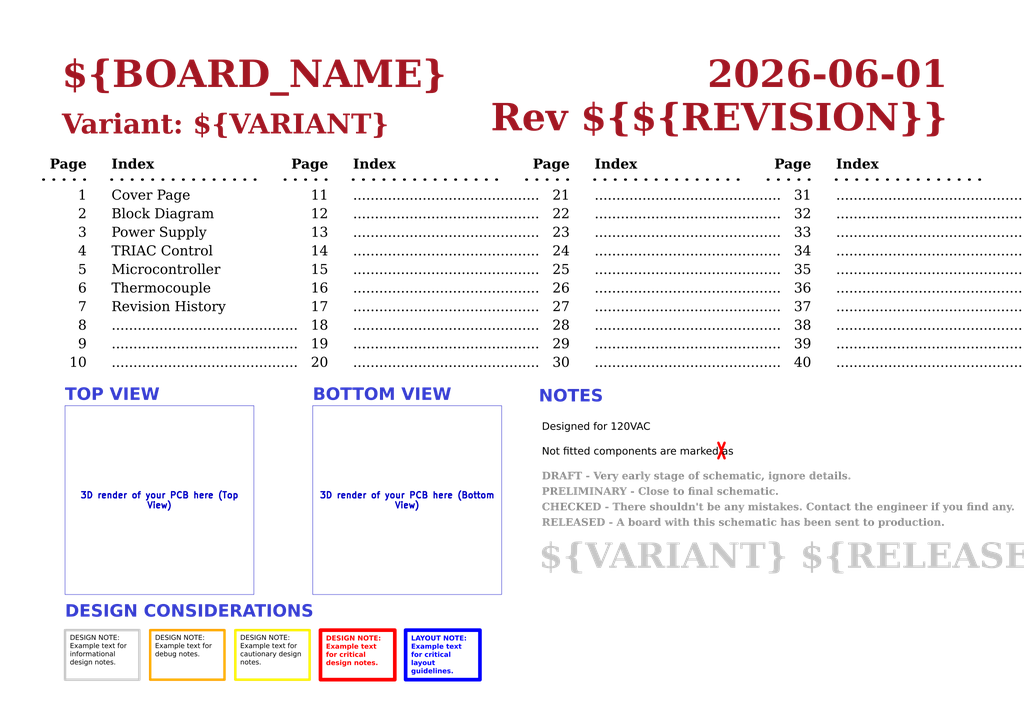
<source format=kicad_sch>
(kicad_sch
	(version 20250114)
	(generator "eeschema")
	(generator_version "9.0")
	(uuid "0650c7a8-acba-429c-9f8e-eec0baf0bc1c")
	(paper "A3")
	(title_block
		(title "Cover Page")
		(date "Last Modified Date")
		(rev "${REVISION}")
		(company "${COMPANY}")
	)
	(lib_symbols)
	(text "9"
		(exclude_from_sim no)
		(at 35.56 144.78 0)
		(effects
			(font
				(face "Times New Roman")
				(size 4 4)
				(color 0 0 0 1)
			)
			(justify right bottom)
			(href "#9")
		)
		(uuid "0171ecc8-df6f-418e-95ea-db73cf975716")
	)
	(text "BOTTOM VIEW"
		(exclude_from_sim no)
		(at 128.27 166.37 0)
		(effects
			(font
				(face "Arial")
				(size 5 5)
				(bold yes)
				(color 53 60 207 1)
			)
			(justify left bottom)
		)
		(uuid "041ff709-0f5e-466e-adab-d03afffd90b7")
	)
	(text "..........................................."
		(exclude_from_sim no)
		(at 243.84 99.06 0)
		(effects
			(font
				(face "Times New Roman")
				(size 4 4)
				(color 0 0 0 1)
			)
			(justify left bottom)
			(href "#23")
		)
		(uuid "0647f622-b644-4538-802a-42edf8cdccc5")
	)
	(text "13"
		(exclude_from_sim no)
		(at 134.62 99.06 0)
		(effects
			(font
				(face "Times New Roman")
				(size 4 4)
				(color 0 0 0 1)
			)
			(justify right bottom)
			(href "#13")
		)
		(uuid "09a9f005-609a-4854-9ba5-f5a5e7b8d7c7")
	)
	(text "RELEASED - A board with this schematic has been sent to production."
		(exclude_from_sim no)
		(at 222.25 217.17 0)
		(effects
			(font
				(face "Times New Roman")
				(size 3 3)
				(thickness 0.6)
				(bold yes)
				(color 140 140 140 1)
			)
			(justify left bottom)
		)
		(uuid "10cbc67f-d688-44d7-9e2b-bee41b99ad5c")
	)
	(text "Page"
		(exclude_from_sim no)
		(at 332.74 71.12 0)
		(effects
			(font
				(face "Times New Roman")
				(size 4 4)
				(bold yes)
				(color 0 0 0 1)
			)
			(justify right bottom)
		)
		(uuid "1b60c0cc-bf04-4615-8796-1ecc890b346a")
	)
	(text "TOP VIEW"
		(exclude_from_sim no)
		(at 26.67 166.37 0)
		(effects
			(font
				(face "Arial")
				(size 5 5)
				(bold yes)
				(color 53 60 207 1)
			)
			(justify left bottom)
		)
		(uuid "1c033b5c-f50d-4e0f-94c4-59e72fb244de")
	)
	(text "3"
		(exclude_from_sim no)
		(at 35.56 99.06 0)
		(effects
			(font
				(face "Times New Roman")
				(size 4 4)
				(color 0 0 0 1)
			)
			(justify right bottom)
			(href "#3")
		)
		(uuid "1dd16a1b-b3b8-42a1-b678-3a7b261e7284")
	)
	(text "38"
		(exclude_from_sim no)
		(at 332.74 137.16 0)
		(effects
			(font
				(face "Times New Roman")
				(size 4 4)
				(color 0 0 0 1)
			)
			(justify right bottom)
			(href "#38")
		)
		(uuid "2d20025d-61e4-451d-b51e-153fedc44d68")
	)
	(text "..........................................."
		(exclude_from_sim no)
		(at 45.72 152.4 0)
		(effects
			(font
				(face "Times New Roman")
				(size 4 4)
				(color 0 0 0 1)
			)
			(justify left bottom)
			(href "#10")
		)
		(uuid "2df49b6e-980f-4a01-ab23-c61ed27bd1b8")
	)
	(text "..........................................."
		(exclude_from_sim no)
		(at 45.72 144.78 0)
		(effects
			(font
				(face "Times New Roman")
				(size 4 4)
				(color 0 0 0 1)
			)
			(justify left bottom)
			(href "#9")
		)
		(uuid "319dfe95-cf7d-4b95-aa65-2f948d7bd6bc")
	)
	(text "..........................................."
		(exclude_from_sim no)
		(at 45.72 137.16 0)
		(effects
			(font
				(face "Times New Roman")
				(size 4 4)
				(color 0 0 0 1)
			)
			(justify left bottom)
			(href "#8")
		)
		(uuid "339f13bd-0896-43a1-925e-733e36e395bd")
	)
	(text "..........................................."
		(exclude_from_sim no)
		(at 144.78 121.92 0)
		(effects
			(font
				(face "Times New Roman")
				(size 4 4)
				(color 0 0 0 1)
			)
			(justify left bottom)
			(href "#16")
		)
		(uuid "34c28277-d6a5-4104-8740-b78485a8ff4c")
	)
	(text "1"
		(exclude_from_sim no)
		(at 35.56 83.82 0)
		(effects
			(font
				(face "Times New Roman")
				(size 4 4)
				(color 0 0 0 1)
			)
			(justify right bottom)
			(href "#1")
		)
		(uuid "3691ab49-6c05-4886-869a-12221f52fdee")
	)
	(text "Not fitted components are marked as"
		(exclude_from_sim no)
		(at 222.25 187.96 0)
		(effects
			(font
				(face "Arial")
				(size 3 3)
				(color 0 0 0 1)
			)
			(justify left bottom)
		)
		(uuid "3e121d9b-11e9-4895-9779-ade93d5b2a88")
	)
	(text "..........................................."
		(exclude_from_sim no)
		(at 243.84 152.4 0)
		(effects
			(font
				(face "Times New Roman")
				(size 4 4)
				(color 0 0 0 1)
			)
			(justify left bottom)
			(href "#30")
		)
		(uuid "41bb0f90-1135-4d50-9d44-9fb04444ecf6")
	)
	(text "Index"
		(exclude_from_sim no)
		(at 45.72 71.12 0)
		(effects
			(font
				(face "Times New Roman")
				(size 4 4)
				(bold yes)
				(color 0 0 0 1)
			)
			(justify left bottom)
		)
		(uuid "44841f0e-187c-41b9-a570-9f74973319c9")
	)
	(text "..........................................."
		(exclude_from_sim no)
		(at 144.78 99.06 0)
		(effects
			(font
				(face "Times New Roman")
				(size 4 4)
				(color 0 0 0 1)
			)
			(justify left bottom)
			(href "#13")
		)
		(uuid "461ef4aa-5f24-4935-a427-92bbc78a05f3")
	)
	(text "Index"
		(exclude_from_sim no)
		(at 144.78 71.12 0)
		(effects
			(font
				(face "Times New Roman")
				(size 4 4)
				(bold yes)
				(color 0 0 0 1)
			)
			(justify left bottom)
		)
		(uuid "4773b195-e777-483d-bd5a-5b18be14b485")
	)
	(text "27"
		(exclude_from_sim no)
		(at 233.68 129.54 0)
		(effects
			(font
				(face "Times New Roman")
				(size 4 4)
				(color 0 0 0 1)
			)
			(justify right bottom)
			(href "#27")
		)
		(uuid "47e5ef3a-a936-4417-8e04-a70df1a04676")
	)
	(text "15"
		(exclude_from_sim no)
		(at 134.62 114.3 0)
		(effects
			(font
				(face "Times New Roman")
				(size 4 4)
				(color 0 0 0 1)
			)
			(justify right bottom)
			(href "#15")
		)
		(uuid "48cae9b2-9935-4ee2-a962-685c04325434")
	)
	(text "6"
		(exclude_from_sim no)
		(at 35.56 121.92 0)
		(effects
			(font
				(face "Times New Roman")
				(size 4 4)
				(color 0 0 0 1)
			)
			(justify right bottom)
			(href "#6")
		)
		(uuid "4aa9b67c-c657-48d1-abb0-497faf20008a")
	)
	(text "PRELIMINARY - Close to final schematic."
		(exclude_from_sim no)
		(at 222.25 204.47 0)
		(effects
			(font
				(face "Times New Roman")
				(size 3 3)
				(thickness 0.6)
				(bold yes)
				(color 140 140 140 1)
			)
			(justify left bottom)
		)
		(uuid "4b75d6be-e2b4-4862-a5fd-f3239bff6734")
	)
	(text "24"
		(exclude_from_sim no)
		(at 233.68 106.68 0)
		(effects
			(font
				(face "Times New Roman")
				(size 4 4)
				(color 0 0 0 1)
			)
			(justify right bottom)
			(href "#24")
		)
		(uuid "4d10b8f7-ee9d-4539-987e-2871a213b2d6")
	)
	(text "${VARIANT} ${RELEASE_DATE}"
		(exclude_from_sim no)
		(at 220.98 237.49 0)
		(effects
			(font
				(face "Times New Roman")
				(size 10.16 10.16)
				(thickness 0.6)
				(bold yes)
				(color 200 200 200 1)
			)
			(justify left bottom)
		)
		(uuid "4f144e11-d681-45f3-b92d-dea6c28023e4")
	)
	(text "Page"
		(exclude_from_sim no)
		(at 35.56 71.12 0)
		(effects
			(font
				(face "Times New Roman")
				(size 4 4)
				(bold yes)
				(color 0 0 0 1)
			)
			(justify right bottom)
		)
		(uuid "5216de6a-28ab-4e49-a422-9fd32d8fed67")
	)
	(text "TRIAC Control"
		(exclude_from_sim no)
		(at 45.72 106.68 0)
		(effects
			(font
				(face "Times New Roman")
				(size 4 4)
				(color 0 0 0 1)
			)
			(justify left bottom)
			(href "#4")
		)
		(uuid "547bb3ec-bec4-4b68-a38e-2ac56be29bd3")
	)
	(text "..........................................."
		(exclude_from_sim no)
		(at 243.84 129.54 0)
		(effects
			(font
				(face "Times New Roman")
				(size 4 4)
				(color 0 0 0 1)
			)
			(justify left bottom)
			(href "#27")
		)
		(uuid "598c6218-39d7-40a8-878a-842531c6a754")
	)
	(text "8"
		(exclude_from_sim no)
		(at 35.56 137.16 0)
		(effects
			(font
				(face "Times New Roman")
				(size 4 4)
				(color 0 0 0 1)
			)
			(justify right bottom)
			(href "#8")
		)
		(uuid "5dd35c87-2aeb-4c16-ab79-fbda71c4347a")
	)
	(text "14"
		(exclude_from_sim no)
		(at 134.62 106.68 0)
		(effects
			(font
				(face "Times New Roman")
				(size 4 4)
				(color 0 0 0 1)
			)
			(justify right bottom)
			(href "#14")
		)
		(uuid "5e529423-56be-4ad0-9794-38b960fa0634")
	)
	(text "..........................................."
		(exclude_from_sim no)
		(at 342.9 137.16 0)
		(effects
			(font
				(face "Times New Roman")
				(size 4 4)
				(color 0 0 0 1)
			)
			(justify left bottom)
			(href "#38")
		)
		(uuid "5ec61f31-3c66-4623-97e5-d26d3b9bb1be")
	)
	(text "..........................................."
		(exclude_from_sim no)
		(at 342.9 152.4 0)
		(effects
			(font
				(face "Times New Roman")
				(size 4 4)
				(color 0 0 0 1)
			)
			(justify left bottom)
			(href "#40")
		)
		(uuid "65f25bf1-cc7d-4807-9afa-0a0ac612f9b3")
	)
	(text "23"
		(exclude_from_sim no)
		(at 233.68 99.06 0)
		(effects
			(font
				(face "Times New Roman")
				(size 4 4)
				(color 0 0 0 1)
			)
			(justify right bottom)
			(href "#23")
		)
		(uuid "68aaa364-f788-45fb-b731-7b1eda7a6c6c")
	)
	(text "Index"
		(exclude_from_sim no)
		(at 243.84 71.12 0)
		(effects
			(font
				(face "Times New Roman")
				(size 4 4)
				(bold yes)
				(color 0 0 0 1)
			)
			(justify left bottom)
		)
		(uuid "6eee427d-5608-4f64-99d8-6d8e4391a6b0")
	)
	(text "..........................................."
		(exclude_from_sim no)
		(at 342.9 91.44 0)
		(effects
			(font
				(face "Times New Roman")
				(size 4 4)
				(color 0 0 0 1)
			)
			(justify left bottom)
			(href "#32")
		)
		(uuid "71058a62-023a-4e0a-b0c4-c0fb8bf95cc8")
	)
	(text "5"
		(exclude_from_sim no)
		(at 35.56 114.3 0)
		(effects
			(font
				(face "Times New Roman")
				(size 4 4)
				(color 0 0 0 1)
			)
			(justify right bottom)
			(href "#5")
		)
		(uuid "718e4830-a352-43f0-b9c5-1495032b5970")
	)
	(text "${CURRENT_DATE}"
		(exclude_from_sim no)
		(at 388.62 40.64 0)
		(effects
			(font
				(face "Times New Roman")
				(size 11 11)
				(thickness 1)
				(bold yes)
				(color 162 22 34 1)
			)
			(justify right bottom)
		)
		(uuid "752b8016-2b6c-433a-9e5a-755eac1f800d")
	)
	(text "26"
		(exclude_from_sim no)
		(at 233.68 121.92 0)
		(effects
			(font
				(face "Times New Roman")
				(size 4 4)
				(color 0 0 0 1)
			)
			(justify right bottom)
			(href "#26")
		)
		(uuid "78da4ba2-8c96-4e51-9a03-b14367dceea0")
	)
	(text "16"
		(exclude_from_sim no)
		(at 134.62 121.92 0)
		(effects
			(font
				(face "Times New Roman")
				(size 4 4)
				(color 0 0 0 1)
			)
			(justify right bottom)
			(href "#16")
		)
		(uuid "7a577aea-9c53-4431-8f38-6cd521e907d0")
	)
	(text "10"
		(exclude_from_sim no)
		(at 35.56 152.4 0)
		(effects
			(font
				(face "Times New Roman")
				(size 4 4)
				(color 0 0 0 1)
			)
			(justify right bottom)
			(href "#10")
		)
		(uuid "7caa34f0-df91-4ed4-bb8e-ff81315f8c93")
	)
	(text "35"
		(exclude_from_sim no)
		(at 332.74 114.3 0)
		(effects
			(font
				(face "Times New Roman")
				(size 4 4)
				(color 0 0 0 1)
			)
			(justify right bottom)
			(href "#35")
		)
		(uuid "7d4a16f6-fc91-424a-bffd-707dc25afa40")
	)
	(text "18"
		(exclude_from_sim no)
		(at 134.62 137.16 0)
		(effects
			(font
				(face "Times New Roman")
				(size 4 4)
				(color 0 0 0 1)
			)
			(justify right bottom)
			(href "#18")
		)
		(uuid "7d4de17d-b484-45d2-95af-1050fc297950")
	)
	(text "33"
		(exclude_from_sim no)
		(at 332.74 99.06 0)
		(effects
			(font
				(face "Times New Roman")
				(size 4 4)
				(color 0 0 0 1)
			)
			(justify right bottom)
			(href "#33")
		)
		(uuid "7fd97343-03c5-4f22-a59e-bc2d9fd9af23")
	)
	(text "Variant: ${VARIANT}"
		(exclude_from_sim no)
		(at 25.4 58.42 0)
		(effects
			(font
				(face "Times New Roman")
				(size 8 8)
				(thickness 1)
				(bold yes)
				(color 162 22 34 1)
			)
			(justify left bottom)
		)
		(uuid "832c6231-94ea-4718-8f70-96006b71efdf")
	)
	(text "4"
		(exclude_from_sim no)
		(at 35.56 106.68 0)
		(effects
			(font
				(face "Times New Roman")
				(size 4 4)
				(color 0 0 0 1)
			)
			(justify right bottom)
			(href "#4")
		)
		(uuid "8d802a1e-8c90-4592-9cec-00ce1173b8bd")
	)
	(text "11"
		(exclude_from_sim no)
		(at 134.62 83.82 0)
		(effects
			(font
				(face "Times New Roman")
				(size 4 4)
				(color 0 0 0 1)
			)
			(justify right bottom)
			(href "#11")
		)
		(uuid "8d827c06-285c-46bc-8024-d46f4098d9e5")
	)
	(text "Rev ${REVISION}"
		(exclude_from_sim no)
		(at 388.62 58.42 0)
		(effects
			(font
				(face "Times New Roman")
				(size 11 11)
				(thickness 1)
				(bold yes)
				(color 162 22 34 1)
			)
			(justify right bottom)
		)
		(uuid "9008c96f-82fa-4b3f-88a3-9ae35f59090b")
	)
	(text "..........................................."
		(exclude_from_sim no)
		(at 243.84 106.68 0)
		(effects
			(font
				(face "Times New Roman")
				(size 4 4)
				(color 0 0 0 1)
			)
			(justify left bottom)
			(href "#24")
		)
		(uuid "91ef4a1a-faaf-4d16-b090-6e6451092c3a")
	)
	(text "28"
		(exclude_from_sim no)
		(at 233.68 137.16 0)
		(effects
			(font
				(face "Times New Roman")
				(size 4 4)
				(color 0 0 0 1)
			)
			(justify right bottom)
			(href "#28")
		)
		(uuid "9310b062-10e2-49af-a22c-1c9854a7f3f0")
	)
	(text "..........................................."
		(exclude_from_sim no)
		(at 243.84 144.78 0)
		(effects
			(font
				(face "Times New Roman")
				(size 4 4)
				(color 0 0 0 1)
			)
			(justify left bottom)
			(href "#29")
		)
		(uuid "93713c73-3aba-4b0b-9f3c-b37ab3721f94")
	)
	(text "..........................................."
		(exclude_from_sim no)
		(at 243.84 91.44 0)
		(effects
			(font
				(face "Times New Roman")
				(size 4 4)
				(color 0 0 0 1)
			)
			(justify left bottom)
			(href "#22")
		)
		(uuid "93b242cb-0b6a-48cc-a920-659ba5a2d4b9")
	)
	(text "..........................................."
		(exclude_from_sim no)
		(at 342.9 144.78 0)
		(effects
			(font
				(face "Times New Roman")
				(size 4 4)
				(color 0 0 0 1)
			)
			(justify left bottom)
			(href "#39")
		)
		(uuid "9413d17b-fd74-4a56-8014-ec2904184d8a")
	)
	(text "Microcontroller"
		(exclude_from_sim no)
		(at 45.72 114.3 0)
		(effects
			(font
				(face "Times New Roman")
				(size 4 4)
				(color 0 0 0 1)
			)
			(justify left bottom)
			(href "#5")
		)
		(uuid "9413d28a-c2b4-4d73-ae2d-68b4717d1b67")
	)
	(text "Page"
		(exclude_from_sim no)
		(at 233.68 71.12 0)
		(effects
			(font
				(face "Times New Roman")
				(size 4 4)
				(bold yes)
				(color 0 0 0 1)
			)
			(justify right bottom)
		)
		(uuid "959ea2a5-595d-4c64-a44e-f0c1c6497852")
	)
	(text "..........................................."
		(exclude_from_sim no)
		(at 144.78 144.78 0)
		(effects
			(font
				(face "Times New Roman")
				(size 4 4)
				(color 0 0 0 1)
			)
			(justify left bottom)
			(href "#19")
		)
		(uuid "9d747571-2a3a-41dd-b7ab-0c07afaa5df1")
	)
	(text "..........................................."
		(exclude_from_sim no)
		(at 144.78 83.82 0)
		(effects
			(font
				(face "Times New Roman")
				(size 4 4)
				(color 0 0 0 1)
			)
			(justify left bottom)
			(href "#11")
		)
		(uuid "9e3e9ac8-468f-4f09-9650-682992859fd0")
	)
	(text "..........................................."
		(exclude_from_sim no)
		(at 144.78 129.54 0)
		(effects
			(font
				(face "Times New Roman")
				(size 4 4)
				(color 0 0 0 1)
			)
			(justify left bottom)
			(href "#17")
		)
		(uuid "a2bb1bed-8e4e-4038-8b4e-99f9457f4c30")
	)
	(text "31"
		(exclude_from_sim no)
		(at 332.74 83.82 0)
		(effects
			(font
				(face "Times New Roman")
				(size 4 4)
				(color 0 0 0 1)
			)
			(justify right bottom)
			(href "#31")
		)
		(uuid "a8eb70a2-f43e-480c-afdf-7e91507527a7")
	)
	(text "36"
		(exclude_from_sim no)
		(at 332.74 121.92 0)
		(effects
			(font
				(face "Times New Roman")
				(size 4 4)
				(color 0 0 0 1)
			)
			(justify right bottom)
			(href "#36")
		)
		(uuid "a95a57c3-0ec4-4b96-8edf-d46ee18a4a8e")
	)
	(text "..........................................."
		(exclude_from_sim no)
		(at 243.84 137.16 0)
		(effects
			(font
				(face "Times New Roman")
				(size 4 4)
				(color 0 0 0 1)
			)
			(justify left bottom)
			(href "#28")
		)
		(uuid "ad40278e-f3e6-4c25-8fa4-1f4e3918f822")
	)
	(text "22"
		(exclude_from_sim no)
		(at 233.68 91.44 0)
		(effects
			(font
				(face "Times New Roman")
				(size 4 4)
				(color 0 0 0 1)
			)
			(justify right bottom)
			(href "#22")
		)
		(uuid "ada746a9-1ac8-4ba5-b1f0-e040d6c0fa14")
	)
	(text "..........................................."
		(exclude_from_sim no)
		(at 144.78 114.3 0)
		(effects
			(font
				(face "Times New Roman")
				(size 4 4)
				(color 0 0 0 1)
			)
			(justify left bottom)
			(href "#15")
		)
		(uuid "ae6c0242-f9a8-4717-86dd-2d27e5dc9018")
	)
	(text "..........................................."
		(exclude_from_sim no)
		(at 342.9 83.82 0)
		(effects
			(font
				(face "Times New Roman")
				(size 4 4)
				(color 0 0 0 1)
			)
			(justify left bottom)
			(href "#31")
		)
		(uuid "b39085c9-1ebe-4dab-a6c1-54ab08707fbf")
	)
	(text "25"
		(exclude_from_sim no)
		(at 233.68 114.3 0)
		(effects
			(font
				(face "Times New Roman")
				(size 4 4)
				(color 0 0 0 1)
			)
			(justify right bottom)
			(href "#25")
		)
		(uuid "b3f10ccd-dd30-4e1a-9a39-191e590211cc")
	)
	(text "${BOARD_NAME}"
		(exclude_from_sim no)
		(at 25.4 40.64 0)
		(effects
			(font
				(face "Times New Roman")
				(size 11 11)
				(thickness 1)
				(bold yes)
				(color 162 22 34 1)
			)
			(justify left bottom)
		)
		(uuid "b5491481-138f-4748-8f60-dc51e3284b98")
	)
	(text "..........................................."
		(exclude_from_sim no)
		(at 243.84 121.92 0)
		(effects
			(font
				(face "Times New Roman")
				(size 4 4)
				(color 0 0 0 1)
			)
			(justify left bottom)
			(href "#26")
		)
		(uuid "b55022f1-bde3-45d1-ab63-474a18aef763")
	)
	(text "..........................................."
		(exclude_from_sim no)
		(at 342.9 106.68 0)
		(effects
			(font
				(face "Times New Roman")
				(size 4 4)
				(color 0 0 0 1)
			)
			(justify left bottom)
			(href "#34")
		)
		(uuid "b5c8bc07-6a7e-4ec3-955b-9e6a13622c4e")
	)
	(text "37"
		(exclude_from_sim no)
		(at 332.74 129.54 0)
		(effects
			(font
				(face "Times New Roman")
				(size 4 4)
				(color 0 0 0 1)
			)
			(justify right bottom)
			(href "#37")
		)
		(uuid "baff535e-40df-4979-8ad1-9d6e8282e1a0")
	)
	(text "Page"
		(exclude_from_sim no)
		(at 134.62 71.12 0)
		(effects
			(font
				(face "Times New Roman")
				(size 4 4)
				(bold yes)
				(color 0 0 0 1)
			)
			(justify right bottom)
		)
		(uuid "beb5ee3d-ad62-4c0c-ab18-390f8e3c78c4")
	)
	(text "DRAFT - Very early stage of schematic, ignore details."
		(exclude_from_sim no)
		(at 222.25 198.12 0)
		(effects
			(font
				(face "Times New Roman")
				(size 3 3)
				(thickness 0.6)
				(bold yes)
				(color 140 140 140 1)
			)
			(justify left bottom)
		)
		(uuid "c1828499-d221-4dc2-9c7b-c9d850654d5e")
	)
	(text "..........................................."
		(exclude_from_sim no)
		(at 144.78 106.68 0)
		(effects
			(font
				(face "Times New Roman")
				(size 4 4)
				(color 0 0 0 1)
			)
			(justify left bottom)
			(href "#14")
		)
		(uuid "c492727f-a5a2-4efb-9f13-b55fb4c5125a")
	)
	(text "Index"
		(exclude_from_sim no)
		(at 342.9 71.12 0)
		(effects
			(font
				(face "Times New Roman")
				(size 4 4)
				(bold yes)
				(color 0 0 0 1)
			)
			(justify left bottom)
		)
		(uuid "c52bc9e5-2c42-41e6-ae08-fabef868928a")
	)
	(text "Thermocouple"
		(exclude_from_sim no)
		(at 45.72 121.92 0)
		(effects
			(font
				(face "Times New Roman")
				(size 4 4)
				(color 0 0 0 1)
			)
			(justify left bottom)
			(href "#6")
		)
		(uuid "c787ff5d-5d58-4a12-8967-dc99673505b9")
	)
	(text "..........................................."
		(exclude_from_sim no)
		(at 342.9 121.92 0)
		(effects
			(font
				(face "Times New Roman")
				(size 4 4)
				(color 0 0 0 1)
			)
			(justify left bottom)
			(href "#36")
		)
		(uuid "c8a13f8e-6347-4971-97e9-3bbacc8fb0b5")
	)
	(text "..........................................."
		(exclude_from_sim no)
		(at 342.9 114.3 0)
		(effects
			(font
				(face "Times New Roman")
				(size 4 4)
				(color 0 0 0 1)
			)
			(justify left bottom)
			(href "#35")
		)
		(uuid "c932f64b-e011-46ca-8efc-bb2f186e8b13")
	)
	(text "Block Diagram"
		(exclude_from_sim no)
		(at 45.72 91.44 0)
		(effects
			(font
				(face "Times New Roman")
				(size 4 4)
				(color 0 0 0 1)
			)
			(justify left bottom)
			(href "#2")
		)
		(uuid "caeb7f52-f34e-4432-b129-9207069a1ad5")
	)
	(text "19"
		(exclude_from_sim no)
		(at 134.62 144.78 0)
		(effects
			(font
				(face "Times New Roman")
				(size 4 4)
				(color 0 0 0 1)
			)
			(justify right bottom)
			(href "#19")
		)
		(uuid "cbf7eaea-8009-4ccd-9079-9d687b9a3603")
	)
	(text "30"
		(exclude_from_sim no)
		(at 233.68 152.4 0)
		(effects
			(font
				(face "Times New Roman")
				(size 4 4)
				(color 0 0 0 1)
			)
			(justify right bottom)
			(href "#30")
		)
		(uuid "cea38a57-40f7-465f-b054-ff626e3218d0")
	)
	(text "7"
		(exclude_from_sim no)
		(at 35.56 129.54 0)
		(effects
			(font
				(face "Times New Roman")
				(size 4 4)
				(color 0 0 0 1)
			)
			(justify right bottom)
			(href "#7")
		)
		(uuid "cf9779c0-4a62-4a6f-9127-07f6919e9e8d")
	)
	(text "..........................................."
		(exclude_from_sim no)
		(at 243.84 114.3 0)
		(effects
			(font
				(face "Times New Roman")
				(size 4 4)
				(color 0 0 0 1)
			)
			(justify left bottom)
			(href "#25")
		)
		(uuid "d06fb69a-43a5-466c-8174-3edde239a7c0")
	)
	(text "12"
		(exclude_from_sim no)
		(at 134.62 91.44 0)
		(effects
			(font
				(face "Times New Roman")
				(size 4 4)
				(color 0 0 0 1)
			)
			(justify right bottom)
			(href "#12")
		)
		(uuid "d450aa41-7115-44ab-9cc7-2fa118545b00")
	)
	(text "21"
		(exclude_from_sim no)
		(at 233.68 83.82 0)
		(effects
			(font
				(face "Times New Roman")
				(size 4 4)
				(color 0 0 0 1)
			)
			(justify right bottom)
			(href "#21")
		)
		(uuid "d7ac5948-93ba-4038-95c3-cb73c27df74a")
	)
	(text "Designed for 120VAC"
		(exclude_from_sim no)
		(at 222.25 177.8 0)
		(effects
			(font
				(face "Arial")
				(size 3 3)
				(color 0 0 0 1)
			)
			(justify left bottom)
		)
		(uuid "d8d8425a-4141-4ddb-8e75-262db2d23ce8")
	)
	(text "2"
		(exclude_from_sim no)
		(at 35.56 91.44 0)
		(effects
			(font
				(face "Times New Roman")
				(size 4 4)
				(color 0 0 0 1)
			)
			(justify right bottom)
			(href "#2")
		)
		(uuid "dca5e168-6a76-4eb2-b335-e6c030ded824")
	)
	(text "39"
		(exclude_from_sim no)
		(at 332.74 144.78 0)
		(effects
			(font
				(face "Times New Roman")
				(size 4 4)
				(color 0 0 0 1)
			)
			(justify right bottom)
			(href "#39")
		)
		(uuid "e216870b-45fe-49b3-8e55-d9668eb9df44")
	)
	(text "..........................................."
		(exclude_from_sim no)
		(at 144.78 137.16 0)
		(effects
			(font
				(face "Times New Roman")
				(size 4 4)
				(color 0 0 0 1)
			)
			(justify left bottom)
			(href "#18")
		)
		(uuid "e518f3ad-92c7-4755-8883-22916bfc7d1f")
	)
	(text "..........................................."
		(exclude_from_sim no)
		(at 342.9 99.06 0)
		(effects
			(font
				(face "Times New Roman")
				(size 4 4)
				(color 0 0 0 1)
			)
			(justify left bottom)
			(href "#33")
		)
		(uuid "e5564811-ffd2-4bd9-9644-ff1dc80ebf87")
	)
	(text "..........................................."
		(exclude_from_sim no)
		(at 144.78 152.4 0)
		(effects
			(font
				(face "Times New Roman")
				(size 4 4)
				(color 0 0 0 1)
			)
			(justify left bottom)
			(href "#20")
		)
		(uuid "e58de9a8-7551-4002-91cc-eb758bb6876c")
	)
	(text "34"
		(exclude_from_sim no)
		(at 332.74 106.68 0)
		(effects
			(font
				(face "Times New Roman")
				(size 4 4)
				(color 0 0 0 1)
			)
			(justify right bottom)
			(href "#34")
		)
		(uuid "e60ef77b-a7db-4a46-901f-5793e4acc58b")
	)
	(text "29"
		(exclude_from_sim no)
		(at 233.68 144.78 0)
		(effects
			(font
				(face "Times New Roman")
				(size 4 4)
				(color 0 0 0 1)
			)
			(justify right bottom)
			(href "#29")
		)
		(uuid "e83f0c3e-ac1d-4432-a8de-ba5a2be8aa4a")
	)
	(text "Cover Page"
		(exclude_from_sim no)
		(at 45.72 83.82 0)
		(effects
			(font
				(face "Times New Roman")
				(size 4 4)
				(color 0 0 0 1)
			)
			(justify left bottom)
			(href "#1")
		)
		(uuid "e9964413-67ff-4f53-b58c-608277db6779")
	)
	(text "NOTES"
		(exclude_from_sim no)
		(at 220.98 167.005 0)
		(effects
			(font
				(face "Arial")
				(size 5 5)
				(bold yes)
				(color 53 60 207 1)
			)
			(justify left bottom)
		)
		(uuid "ecd14d51-7267-460d-9460-6bae137b0c37")
	)
	(text "..........................................."
		(exclude_from_sim no)
		(at 144.78 91.44 0)
		(effects
			(font
				(face "Times New Roman")
				(size 4 4)
				(color 0 0 0 1)
			)
			(justify left bottom)
			(href "#12")
		)
		(uuid "ecd5e3bc-c1c8-4595-a242-64b07df33fd4")
	)
	(text "Power Supply"
		(exclude_from_sim no)
		(at 45.72 99.06 0)
		(effects
			(font
				(face "Times New Roman")
				(size 4 4)
				(color 0 0 0 1)
			)
			(justify left bottom)
			(href "#3")
		)
		(uuid "ed9f4e44-7881-47b3-83af-17eb3de0e161")
	)
	(text "CHECKED - There shouldn't be any mistakes. Contact the engineer if you find any."
		(exclude_from_sim no)
		(at 222.25 210.82 0)
		(effects
			(font
				(face "Times New Roman")
				(size 3 3)
				(thickness 0.6)
				(bold yes)
				(color 140 140 140 1)
			)
			(justify left bottom)
		)
		(uuid "ee4bfbd2-ceac-40c9-847b-b15b18b07c08")
	)
	(text "..........................................."
		(exclude_from_sim no)
		(at 243.84 83.82 0)
		(effects
			(font
				(face "Times New Roman")
				(size 4 4)
				(color 0 0 0 1)
			)
			(justify left bottom)
			(href "#21")
		)
		(uuid "f14c049f-0636-49aa-a70f-0262bf1a57bc")
	)
	(text "20"
		(exclude_from_sim no)
		(at 134.62 152.4 0)
		(effects
			(font
				(face "Times New Roman")
				(size 4 4)
				(color 0 0 0 1)
			)
			(justify right bottom)
			(href "#20")
		)
		(uuid "f17fa600-4ea0-4482-a965-d781b27fd052")
	)
	(text "32"
		(exclude_from_sim no)
		(at 332.74 91.44 0)
		(effects
			(font
				(face "Times New Roman")
				(size 4 4)
				(color 0 0 0 1)
			)
			(justify right bottom)
			(href "#32")
		)
		(uuid "f7f416e4-86a9-4d8f-ac0d-80443c165632")
	)
	(text "..........................................."
		(exclude_from_sim no)
		(at 342.9 129.54 0)
		(effects
			(font
				(face "Times New Roman")
				(size 4 4)
				(color 0 0 0 1)
			)
			(justify left bottom)
			(href "#37")
		)
		(uuid "f8fd86d8-ca92-4fd2-9536-487e6832d844")
	)
	(text "DESIGN CONSIDERATIONS"
		(exclude_from_sim no)
		(at 26.67 255.27 0)
		(effects
			(font
				(face "Arial")
				(size 5 5)
				(bold yes)
				(color 53 60 207 1)
			)
			(justify left bottom)
		)
		(uuid "fb09f930-25b6-4039-89ae-42d9d443b49d")
	)
	(text "40"
		(exclude_from_sim no)
		(at 332.74 152.4 0)
		(effects
			(font
				(face "Times New Roman")
				(size 4 4)
				(color 0 0 0 1)
			)
			(justify right bottom)
			(href "#40")
		)
		(uuid "fe1f4464-8466-41a3-95c1-bacdc38614fb")
	)
	(text "Revision History"
		(exclude_from_sim no)
		(at 45.72 129.54 0)
		(effects
			(font
				(face "Times New Roman")
				(size 4 4)
				(color 0 0 0 1)
			)
			(justify left bottom)
			(href "#7")
		)
		(uuid "ff95cd70-408a-4656-b808-dabd546affbd")
	)
	(text "17"
		(exclude_from_sim no)
		(at 134.62 129.54 0)
		(effects
			(font
				(face "Times New Roman")
				(size 4 4)
				(color 0 0 0 1)
			)
			(justify right bottom)
			(href "#17")
		)
		(uuid "ffcd9e5c-5c93-423a-9ccc-e0af67821852")
	)
	(text_box "3D render of your PCB here (Bottom View)"
		(exclude_from_sim no)
		(at 128.27 166.37 0)
		(size 77.47 77.47)
		(margins 1.905 1.905 1.905 1.905)
		(stroke
			(width 0)
			(type default)
		)
		(fill
			(type none)
		)
		(effects
			(font
				(size 2.54 2.54)
				(thickness 0.508)
				(bold yes)
			)
		)
		(uuid "0c38d11f-bb11-46db-a91c-ebc0b30e95f5")
	)
	(text_box "3D render of your PCB here (Top View)"
		(exclude_from_sim no)
		(at 26.67 166.37 0)
		(size 77.47 77.47)
		(margins 1.905 1.905 1.905 1.905)
		(stroke
			(width 0)
			(type default)
		)
		(fill
			(type none)
		)
		(effects
			(font
				(size 2.54 2.54)
				(thickness 0.508)
				(bold yes)
			)
		)
		(uuid "2d015f2a-bc39-4866-bbd9-40b03d497a26")
	)
	(text_box "Metadata can be set in File → Schematic Setup → Project → Text Variables"
		(exclude_from_sim no)
		(at 8.89 300.99 0)
		(size 119.38 6.35)
		(margins 1.9049 1.9049 1.9049 1.9049)
		(stroke
			(width -0.0001)
			(type default)
		)
		(fill
			(type none)
		)
		(effects
			(font
				(size 2.54 2.54)
				(thickness 0.381)
				(bold yes)
				(color 0 0 0 1)
			)
			(justify right top)
		)
		(uuid "4d4fc8f9-28d9-4b33-b78d-b00f0a2b33ca")
	)
	(text_box "DESIGN NOTE:\nExample text for informational design notes."
		(exclude_from_sim no)
		(at 26.67 258.445 0)
		(size 30.48 20.32)
		(margins 2 2 2 2)
		(stroke
			(width 1)
			(type solid)
			(color 200 200 200 1)
		)
		(fill
			(type none)
		)
		(effects
			(font
				(face "Arial")
				(size 2 2)
				(color 0 0 0 1)
			)
			(justify left top)
		)
		(uuid "60b6a08c-a542-468e-b79f-aa4a2aa0e9e7")
	)
	(text_box "LAYOUT NOTE:\nExample text for critical layout guidelines."
		(exclude_from_sim no)
		(at 166.37 258.445 0)
		(size 30.48 20.32)
		(margins 2.25 2.25 2.25 2.25)
		(stroke
			(width 1.5)
			(type solid)
			(color 0 0 255 1)
		)
		(fill
			(type none)
		)
		(effects
			(font
				(face "Arial")
				(size 2 2)
				(thickness 0.4)
				(bold yes)
				(color 0 0 255 1)
			)
			(justify left top)
		)
		(uuid "b2648603-9b19-4c01-9621-49d92c5b8a6e")
	)
	(text_box "DESIGN NOTE:\nExample text for cautionary design notes."
		(exclude_from_sim no)
		(at 96.52 258.445 0)
		(size 30.48 20.32)
		(margins 2 2 2 2)
		(stroke
			(width 1)
			(type solid)
			(color 250 236 0 1)
		)
		(fill
			(type none)
		)
		(effects
			(font
				(face "Arial")
				(size 2 2)
				(color 0 0 0 1)
			)
			(justify left top)
		)
		(uuid "c7ec7f64-f5b0-4d3e-9743-7d40c3e23ecf")
	)
	(text_box "DESIGN NOTE:\nExample text for debug notes."
		(exclude_from_sim no)
		(at 61.595 258.445 0)
		(size 30.48 20.32)
		(margins 2 2 2 2)
		(stroke
			(width 1)
			(type solid)
			(color 255 165 0 1)
		)
		(fill
			(type none)
		)
		(effects
			(font
				(face "Arial")
				(size 2 2)
				(color 0 0 0 1)
			)
			(justify left top)
		)
		(uuid "c8bf2561-6ede-45f0-9b2e-12af2dfee13b")
	)
	(text_box "DESIGN NOTE:\nExample text for critical design notes."
		(exclude_from_sim no)
		(at 131.445 258.445 0)
		(size 30.48 20.32)
		(margins 2.25 2.25 2.25 2.25)
		(stroke
			(width 1.5)
			(type solid)
			(color 255 0 0 1)
		)
		(fill
			(type none)
		)
		(effects
			(font
				(face "Arial")
				(size 2 2)
				(thickness 0.4)
				(bold yes)
				(color 255 0 0 1)
			)
			(justify left top)
		)
		(uuid "d03e1008-e371-461f-a9f2-320d8a2b7341")
	)
	(polyline
		(pts
			(xy 215.9 73.66) (xy 233.68 73.66)
		)
		(stroke
			(width 1)
			(type dot)
			(color 0 0 0 1)
		)
		(uuid "024689d9-b8ca-41ae-b55d-6ff207f6e101")
	)
	(polyline
		(pts
			(xy 297.18 181.61) (xy 294.64 187.96)
		)
		(stroke
			(width 1)
			(type default)
			(color 255 0 0 1)
		)
		(uuid "4ae2cac4-7676-4a8d-91c4-c6c6f4585019")
	)
	(polyline
		(pts
			(xy 45.72 73.66) (xy 106.68 73.66)
		)
		(stroke
			(width 1)
			(type dot)
			(color 0 0 0 1)
		)
		(uuid "594379bc-c052-4d2e-996b-8b5c1a0857fd")
	)
	(polyline
		(pts
			(xy 342.9 73.66) (xy 403.86 73.66)
		)
		(stroke
			(width 1)
			(type dot)
			(color 0 0 0 1)
		)
		(uuid "8ca04e4f-914f-46ae-b7bb-c241f34f0be3")
	)
	(polyline
		(pts
			(xy 243.84 73.66) (xy 304.8 73.66)
		)
		(stroke
			(width 1)
			(type dot)
			(color 0 0 0 1)
		)
		(uuid "90aedf20-3619-4eea-9142-e5201cfa9329")
	)
	(polyline
		(pts
			(xy 116.84 73.66) (xy 134.62 73.66)
		)
		(stroke
			(width 1)
			(type dot)
			(color 0 0 0 1)
		)
		(uuid "aa27a991-1dd0-4ddb-a292-69ddc074d2fe")
	)
	(polyline
		(pts
			(xy 17.78 73.66) (xy 35.56 73.66)
		)
		(stroke
			(width 1)
			(type dot)
			(color 0 0 0 1)
		)
		(uuid "aefa0f5d-e237-48a6-8d0d-7925958d23a4")
	)
	(polyline
		(pts
			(xy 294.64 181.61) (xy 297.18 187.96)
		)
		(stroke
			(width 1)
			(type default)
			(color 255 0 0 1)
		)
		(uuid "b16ef1e7-4b58-4125-810d-81e7071984f8")
	)
	(polyline
		(pts
			(xy 144.78 73.66) (xy 205.74 73.66)
		)
		(stroke
			(width 1)
			(type dot)
			(color 0 0 0 1)
		)
		(uuid "d03f8f3f-5543-483d-a054-040e77e06c0e")
	)
	(polyline
		(pts
			(xy 314.96 73.66) (xy 332.74 73.66)
		)
		(stroke
			(width 1)
			(type dot)
			(color 0 0 0 1)
		)
		(uuid "f1ab5a98-3d21-4c83-b2d8-cfe1793d64cb")
	)
	(sheet
		(at 299.72 302.26)
		(size 35.56 5.08)
		(exclude_from_sim no)
		(in_bom yes)
		(on_board yes)
		(dnp no)
		(stroke
			(width 0.1524)
			(type solid)
		)
		(fill
			(color 0 0 0 0.0000)
		)
		(uuid "de68a101-7eef-4ba8-abb4-14d03adb087f")
		(property "Sheetname" "Block Diagram"
			(at 299.72 301.2309 0)
			(effects
				(font
					(face "Times New Roman")
					(size 1.905 1.905)
					(bold yes)
					(color 0 0 0 1)
				)
				(justify left bottom)
			)
		)
		(property "Sheetfile" "Block Diagram.kicad_sch"
			(at 300.99 303.53 0)
			(effects
				(font
					(face "Arial")
					(size 1.27 1.27)
				)
				(justify left top)
			)
		)
		(instances
			(project "main-board"
				(path "/0650c7a8-acba-429c-9f8e-eec0baf0bc1c"
					(page "2")
				)
			)
		)
	)
	(sheet
		(at 340.36 302.26)
		(size 35.56 5.08)
		(exclude_from_sim no)
		(in_bom yes)
		(on_board yes)
		(dnp no)
		(stroke
			(width 0)
			(type solid)
		)
		(fill
			(color 0 0 0 0.0000)
		)
		(uuid "e7c91631-be85-488a-af7a-f2a810f3fbfe")
		(property "Sheetname" "Revision History"
			(at 340.36 300.99 0)
			(effects
				(font
					(face "Times New Roman")
					(size 1.905 1.905)
					(bold yes)
					(color 0 0 0 1)
				)
				(justify left bottom)
			)
		)
		(property "Sheetfile" "Revision History.kicad_sch"
			(at 340.995 303.53 0)
			(effects
				(font
					(face "Arial")
					(size 1.27 1.27)
				)
				(justify left top)
			)
		)
		(instances
			(project "main-board"
				(path "/0650c7a8-acba-429c-9f8e-eec0baf0bc1c"
					(page "7")
				)
			)
		)
	)
	(sheet_instances
		(path "/"
			(page "1")
		)
	)
	(embedded_fonts no)
)

</source>
